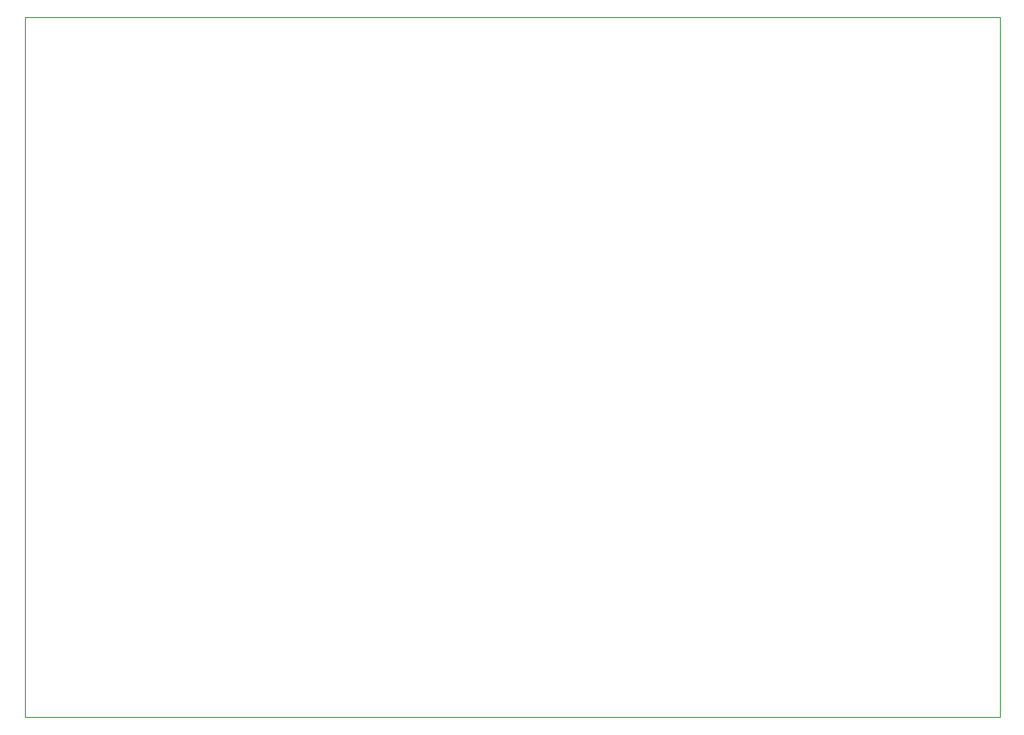
<source format=gbr>
%TF.GenerationSoftware,KiCad,Pcbnew,9.0.6*%
%TF.CreationDate,2025-12-20T14:01:59+05:30*%
%TF.ProjectId,lion_circuits_temp,6c696f6e-5f63-4697-9263-756974735f74,V 1.0*%
%TF.SameCoordinates,Original*%
%TF.FileFunction,Profile,NP*%
%FSLAX46Y46*%
G04 Gerber Fmt 4.6, Leading zero omitted, Abs format (unit mm)*
G04 Created by KiCad (PCBNEW 9.0.6) date 2025-12-20 14:01:59*
%MOMM*%
%LPD*%
G01*
G04 APERTURE LIST*
%TA.AperFunction,Profile*%
%ADD10C,0.050000*%
%TD*%
G04 APERTURE END LIST*
D10*
X91500000Y-41500000D02*
X187500000Y-41500000D01*
X187500000Y-110500000D01*
X91500000Y-110500000D01*
X91500000Y-41500000D01*
M02*

</source>
